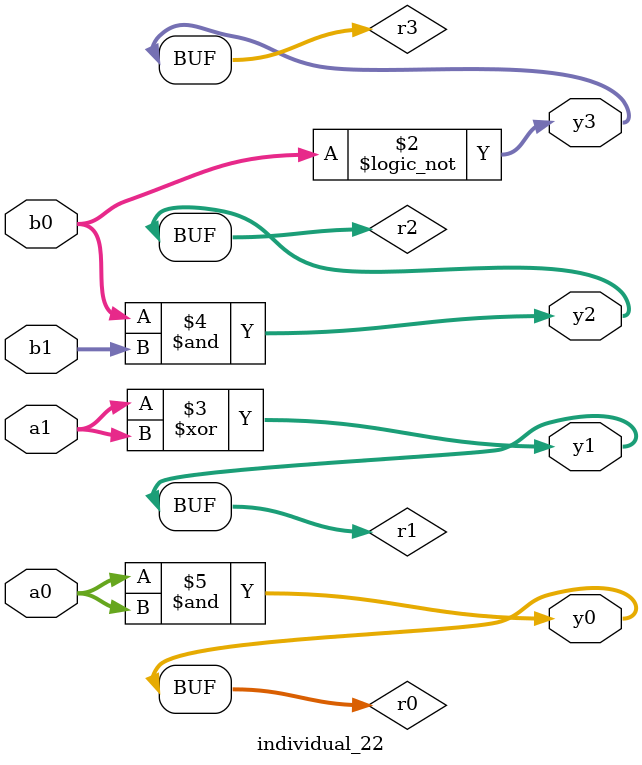
<source format=sv>
module individual_22(input logic [15:0] a1, input logic [15:0] a0, input logic [15:0] b1, input logic [15:0] b0, output logic [15:0] y3, output logic [15:0] y2, output logic [15:0] y1, output logic [15:0] y0);
logic [15:0] r0, r1, r2, r3; 
 always@(*) begin 
	 r0 = a0; r1 = a1; r2 = b0; r3 = b1; 
 	 r3 = ! r2 ;
 	 r1  ^=  a1 ;
 	 r2  &=  b1 ;
 	 r0  &=  a0 ;
 	 y3 = r3; y2 = r2; y1 = r1; y0 = r0; 
end
endmodule
</source>
